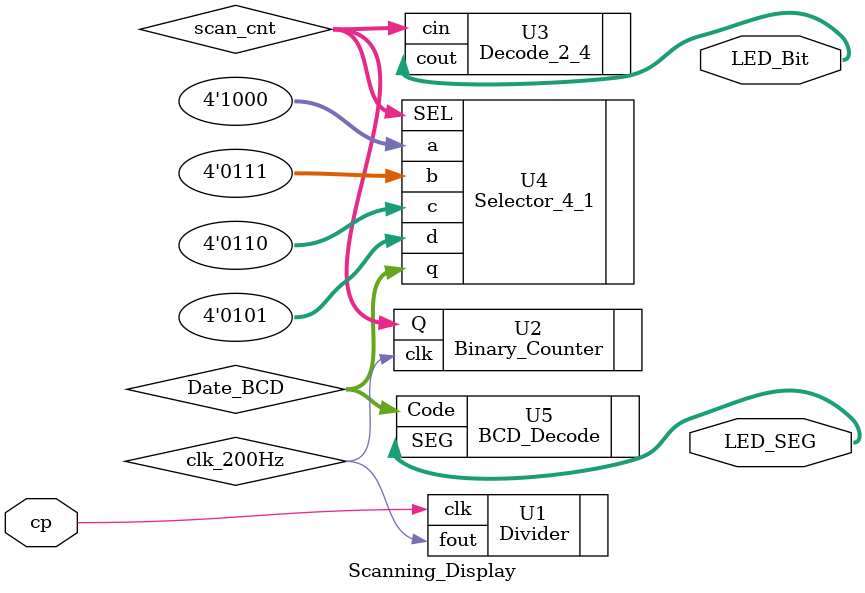
<source format=v>
module Scanning_Display(cp,LED_Bit,LED_SEG);

input cp;
output [3:0]LED_Bit;
output [7:0]LED_SEG;
wire clk_200Hz;
wire [1:0]scan_cnt;
wire [3:0]Date_BCD;

Divider U1(.clk(cp),.fout(clk_200Hz));
Binary_Counter U2(.clk(clk_200Hz),.Q(scan_cnt));
Decode_2_4 U3(.cin(scan_cnt),.cout(LED_Bit));
Selector_4_1 U4(.SEL(scan_cnt),.a(4'd8),.b(4'd7),.c(4'd6),.d(4'd5),.q(Date_BCD));
BCD_Decode U5(.Code(Date_BCD),.SEG(LED_SEG));

endmodule 
</source>
